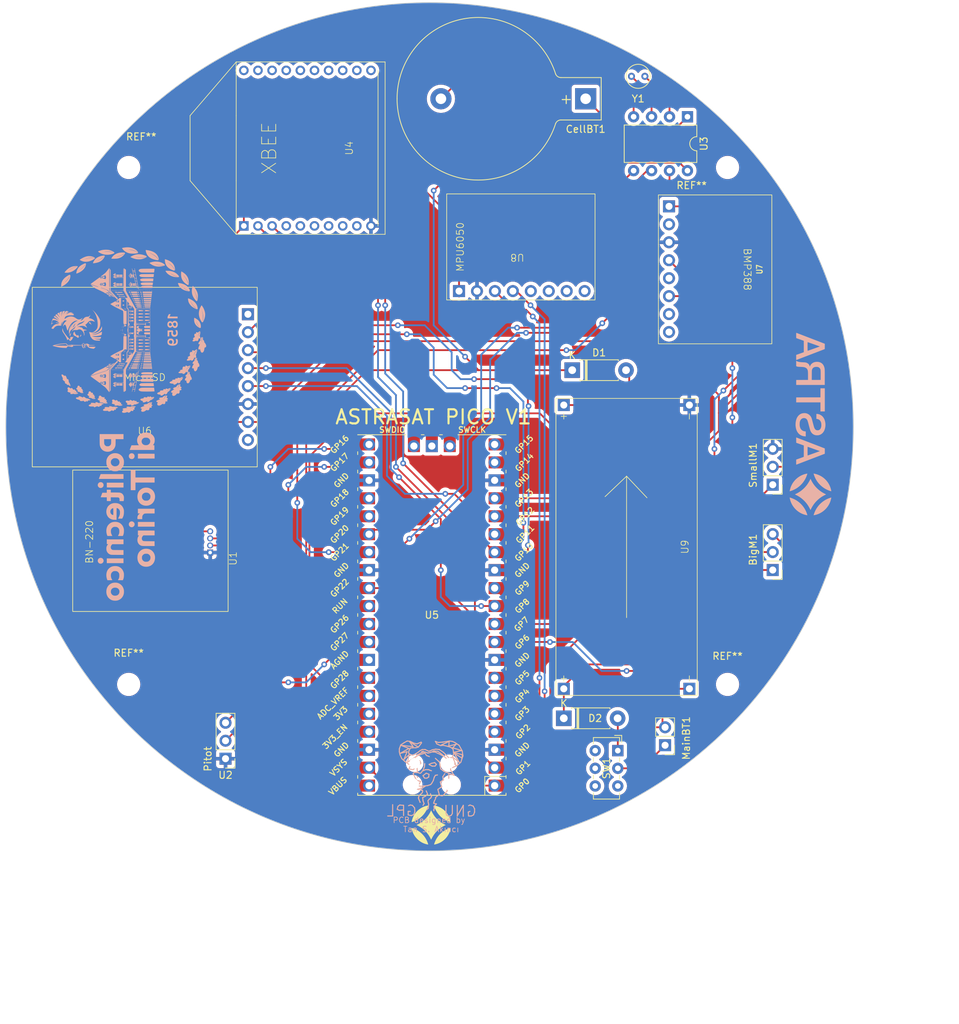
<source format=kicad_pcb>
(kicad_pcb (version 20221018) (generator pcbnew)
  (title_block (title "ASTRASAT PICO PCB") (date "2023-11-23") (rev "v1") (comment 3 "                                                                    License: CC BY-SA 4.0") (comment 4 "                                                                    Author: Tan Siret Akıncı"))
  (layers (0 "F.Cu" signal) (31 "B.Cu" signal) (34 "B.Paste" user) (35 "F.Paste" user) (36 "B.SilkS" user "B.Silkscreen") (37 "F.SilkS" user "F.Silkscreen") (38 "B.Mask" user) (39 "F.Mask" user) (44 "Edge.Cuts" user))
  (net 0 "")
  (net 1 "Net-(CellBT1-+)")
  (net 2 "Net-(U3-X1)")
  (net 3 "Net-(U3-X2)")
  (net 4 "Net-(CellBT1--)")
  (net 5 "/GPIO22")
  (net 6 "/GPIO20")
  (net 7 "/GPIO21")
  (net 8 "VSYS")
  (net 9 "/GPIO0")
  (net 10 "/GPIO1")
  (net 11 "GND1")
  (net 12 "/GPIO2")
  (net 13 "/GPIO3")
  (net 16 "/GPIO6")
  (net 17 "/GPIO7")
  (net 18 "/GPIO8")
  (net 19 "/GPIO9")
  (net 20 "/GPIO10")
  (net 21 "/GPIO11")
  (net 22 "/GPIO12")
  (net 23 "/GPIO13")
  (net 26 "/GPIO16")
  (net 27 "/GPIO17")
  (net 31 "/GPIO26")
  (net 36 "3V3")
  (net 42 "Net-(D1-A)")
  (net 43 "Net-(BigM1-+)")
  (net 44 "Net-(D2-A)")
  (net 45 "GND2")
  (net 46 "Net-(MainBT1-+)")
  (footprint "Connector_PinHeader_2.54mm:PinHeader_1x03_P2.54mm_Vertical" (layer "F.Cu") (at 122.925 141.315 180)
    (fp_text reference "U2")
    (fp_text value "~")
  )
  (footprint "CansatFootprints:Adafruit MicroSD Breakout" (layer "F.Cu") (at 111.495 87.34)
    (fp_text reference "U6")
    (fp_text value "~")
  )
  (footprint "CansatFootprints:BN-220" (layer "F.Cu") (at 123.295 110.65 90)
    (fp_text reference "U1")
    (fp_text value "~")
  )
  (footprint "Connector_PinHeader_2.54mm:PinHeader_1x02_P2.54mm_Vertical" (layer "F.Cu") (at 185.155 139.415 180)
    (fp_text reference "MainBT1")
    (fp_text value "Battery_Cell")
  )
  (footprint "Diode_THT:D_DO-41_SOD81_P7.62mm_Horizontal" (layer "F.Cu") (at 170.815 135.6)
    (fp_text reference "D2")
    (fp_text value "1N5817")
  )
  (footprint "MountingHole:MountingHole_3mm" (layer "F.Cu") (at 194 130.81)
    (fp_text reference "REF**")
    (fp_text value "MountingHole_3mm")
  )
  (footprint "CansatFootprints:LM2596 Voltage Regulator board" (layer "F.Cu") (at 179.705 111.36 90)
    (fp_text reference "U9")
    (fp_text value "~")
  )
  (footprint "MCU_RaspberryPi_and_Boards:RPi_Pico_SMD_TH" (layer "F.Cu") (at 152.135 120.995 180)
    (fp_text reference "U5")
    (fp_text value "Pico")
  )
  (footprint "CansatFootprints:ASTRALogo_User" (layer "F.Cu") (at 202.565 173.355)
    (fp_text reference "G***" hide)
    (fp_text value "LOGO" hide)
  )
  (footprint "Battery:BatteryHolder_Keystone_103_1x20mm" (layer "F.Cu") (at 173.91 47.970001 180)
    (fp_text reference "CellBT1")
    (fp_text value "Battery_Cell")
  )
  (footprint "Package_DIP:DIP-8_W7.62mm" (layer "F.Cu") (at 188.32 50.52 -90)
    (fp_text reference "U3")
    (fp_text value "DS1302+")
  )
  (footprint "Connector_PinHeader_2.54mm:PinHeader_1x03_P2.54mm_Vertical" (layer "F.Cu") (at 200.395 114.63 180)
    (fp_text reference "BigM1")
    (fp_text value "Motor_Servo")
  )
  (footprint "MountingHole:MountingHole_3mm" (layer "F.Cu") (at 109.22 57.69)
    (fp_text reference "REF**")
    (fp_text value "MountingHole_3mm")
  )
  (footprint "MountingHole:MountingHole_3mm" (layer "F.Cu") (at 194 57.69)
    (fp_text reference "REF**")
    (fp_text value "MountingHole_3mm")
  )
  (footprint "CansatFootprints:XBee S2C" (layer "F.Cu") (at 145.52 54.955 90)
    (fp_text reference "U4")
    (fp_text value "~")
  )
  (footprint "Crystal:Crystal_C38-LF_D3.0mm_L8.0mm_Vertical" (layer "F.Cu") (at 180.395 44.795)
    (fp_text reference "Y1")
    (fp_text value "Crystal")
  )
  (footprint "Connector_PinHeader_2.54mm:PinHeader_1x03_P2.54mm_Vertical" (layer "F.Cu") (at 200.395 102.565 180)
    (fp_text reference "SmallM1")
    (fp_text value "Motor_Servo")
  )
  (footprint "Button_Switch_THT:SW_E-Switch_EG1271_SPDT" (layer "F.Cu") (at 178.46 140.1775 -90)
    (fp_text reference "SW1")
    (fp_text value "SW_SPDT")
  )
  (footprint "CansatFootprints:ASTRAIcon" (layer "F.Cu") (at 152.036227 150.7)
    (fp_text reference "G***" hide)
    (fp_text value "LOGO" hide)
  )
  (footprint "CansatFootprints:Adafruit BMP388 Blue" (layer "F.Cu") (at 184.21 72.1 -90)
    (fp_text reference "U7")
    (fp_text value "~")
  )
  (footprint "CansatFootprints:MPU6050 Module" (layer "F.Cu") (at 175.235 68.925 90)
    (fp_text reference "U8")
    (fp_text value "~")
  )
  (footprint "Diode_THT:D_DO-41_SOD81_P7.62mm_Horizontal" (layer "F.Cu") (at 172.005 86.36)
    (fp_text reference "D1")
    (fp_text value "1N5817")
  )
  (footprint "MountingHole:MountingHole_3mm" (layer "F.Cu") (at 109.22 130.81)
    (fp_text reference "REF**")
    (fp_text value "MountingHole_3mm")
  )
  (footprint "CansatFootprints:POLITOLogo" (layer "B.Cu") (at 109.22 93.98 -90)
    (fp_text reference "G***" hide)
    (fp_text value "LOGO" hide)
  )
  (footprint "CansatFootprints:ASTRALogo" (layer "B.Cu") (at 205.74 93.98 90)
    (fp_text reference "G***" hide)
    (fp_text value "LOGO" hide)
  )
  (footprint "Symbol:Symbol_GNU-Logo_SilkscreenTop" (layer "B.Cu") (at 151.78481 142.56893 180)
    (fp_text reference "REF**" hide)
    (fp_text value "Symbol_GNU-Logo_SilkscreenTop")
  )
  (gr_circle (center 151.815 94.36) (end 211.815 94.36) (stroke (width 0.1)) (fill none) (layer "Edge.Cuts"))
  (gr_text "PCB designed by \nTan S. Akıncı" (at 152.035 151.765) (layer "B.SilkS") (effects (font (size 0.8 0.8) (thickness 0.1)) (justify bottom)))
  (gr_text "ASTRASAT PICO V1" (at 138.3 94.15) (layer "F.SilkS") (effects (font (size 2 2) (thickness 0.3) bold) (justify left bottom)))
  (gr_text "Pitot" (at 121.02 143.22 90) (layer "F.SilkS") (effects (font (size 1 1)) (justify left bottom)))
  (segment (start 188.32 50.52) (end 186.425 52.415) (width 0.25) (layer "F.Cu") (net 1))
  (segment (start 178.354999 52.415) (end 173.91 47.970001) (width 0.25) (layer "F.Cu") (net 1))
  (segment (start 186.425 52.415) (end 178.354999 52.415) (width 0.25) (layer "F.Cu") (net 1))
  (segment (start 185.78 48.28) (end 182.295 44.795) (width 0.25) (layer "F.Cu") (net 2))
  (segment (start 185.78 50.52) (end 185.78 48.28) (width 0.25) (layer "F.Cu") (net 2))
  (segment (start 183.24 50.52) (end 183.24 47.64) (width 0.25) (layer "F.Cu") (net 3))
  (segment (start 183.24 47.64) (end 180.395 44.795) (width 0.25) (layer "F.Cu") (net 3))
  (segment (start 180.7 50.52) (end 180.7 48.62) (width 0.25) (layer "F.Cu") (net 4))
  (segment (start 180.7 48.62) (end 173.7 41.62) (width 0.25) (layer "F.Cu") (net 4))
  (segment (start 173.7 41.62) (end 159.755 41.62) (width 0.25) (layer "F.Cu") (net 4))
  (segment (start 159.755 41.62) (end 159.755 41.635001) (width 0.25) (layer "F.Cu") (net 4))
  (segment (start 159.755 41.635001) (end 153.42 47.970001) (width 0.25) (layer "F.Cu") (net 4))
  (segment (start 180.7 58.14) (end 176.265 62.575) (width 0.25) (layer "F.Cu") (net 5))
  (segment (start 164.835 80.355) (end 164.2 80.355) (width 0.25) (layer "F.Cu") (net 5))
  (segment (start 145.785 117.185) (end 143.245 117.185) (width 0.25) (layer "F.Cu") (net 5))
  (segment (start 147.055 115.915) (end 145.785 117.185) (width 0.25) (layer "F.Cu") (net 5))
  (segment (start 148.96 110.2) (end 147.055 112.105) (width 0.25) (layer "F.Cu") (net 5))
  (segment (start 147.055 112.105) (end 147.055 115.915) (width 0.25) (layer "F.Cu") (net 5))
  (segment (start 176.265 62.575) (end 176.265 63.21) (width 0.25) (layer "F.Cu") (net 5))
  (segment (start 176.265 75.91) (end 173.725 78.45) (width 0.25) (layer "F.Cu") (net 5))
  (segment (start 173.725 78.45) (end 171.82 80.355) (width 0.25) (layer "F.Cu") (net 5))
  (segment (start 171.82 80.355) (end 164.835 80.355) (width 0.25) (layer "F.Cu") (net 5))
  (segment (start 176.265 63.21) (end 176.265 75.91) (width 0.25) (layer "F.Cu") (net 5))
  (via (at 148.96 110.2) (size 0.8) (drill 0.4) (layers "F.Cu" "B.Cu") (net 5))
  (via (at 164.2 80.355) (size 0.8) (drill 0.4) (layers "F.Cu" "B.Cu") (net 5))
  (segment (start 148.96 110.2) (end 156.58 102.58) (width 0.25) (layer "B.Cu") (net 5))
  (segment (start 156.58 95.595) (end 159.12 93.055) (width 0.25) (layer "B.Cu") (net 5))
  (segment (start 162.93 80.355) (end 164.2 80.355) (width 0.25) (layer "B.Cu") (net 5))
  (segment (start 159.12 84.165) (end 162.93 80.355) (width 0.25) (layer "B.Cu") (net 5))
  (segment (start 159.12 93.055) (end 159.12 84.165) (width 0.25) (layer "B.Cu") (net 5))
  (segment (start 156.58 102.58) (end 156.58 95.595) (width 0.25) (layer "B.Cu") (net 5))
  (segment (start 177.535 75.91) (end 172.365 81.08) (width 0.25) (layer "F.Cu") (net 6))
  (segment (start 143.88 108.93) (end 143.245 109.565) (width 0.25) (layer "F.Cu") (net 6))
  (segment (start 165.4705 81.08) (end 165.47 81.0795) (width 0.25) (layer "F.Cu") (net 6))
  (segment (start 183.24 58.14) (end 182.605 58.14) (width 0.25) (layer "F.Cu") (net 6))
  (segment (start 177.535 63.21) (end 177.535 75.91) (width 0.25) (layer "F.Cu") (net 6))
  (segment (start 172.365 81.08) (end 165.4705 81.08) (width 0.25) (layer "F.Cu") (net 6))
  (segment (start 151.482598 108.93) (end 143.88 108.93) (width 0.25) (layer "F.Cu") (net 6))
  (segment (start 182.605 58.14) (end 177.535 63.21) (width 0.25) (layer "F.Cu") (net 6))
  (segment (start 152.6805 107.732098) (end 151.482598 108.93) (width 0.25) (layer "F.Cu") (net 6))
  (via (at 165.47 81.0795) (size 0.8) (drill 0.4) (layers "F.Cu" "B.Cu") (net 6))
  (via (at 152.6805 107.732098) (size 0.8) (drill 0.4) (layers "F.Cu" "B.Cu") (net 6))
  (segment (start 152.697902 107.732098) (end 157.215 103.215) (width 0.25) (layer "B.Cu") (net 6))
  (segment (start 160.39 93.055) (end 160.39 84.8) (width 0.25) (layer "B.Cu") (net 6))
  (segment (start 165.4695 81.08) (end 165.47 81.0795) (width 0.25) (layer "B.Cu") (net 6))
  (segment (start 157.215 96.23) (end 160.39 93.055) (width 0.25) (layer "B.Cu") (net 6))
  (segment (start 157.215 103.215) (end 157.215 96.23) (width 0.25) (layer "B.Cu") (net 6))
  (segment (start 152.6805 107.732098) (end 152.697902 107.732098) (width 0.25) (layer "B.Cu") (net 6))
  (segment (start 160.48 84.8) (end 164.2 81.08) (width 0.25) (layer "B.Cu") (net 6))
  (segment (start 160.39 84.8) (end 160.48 84.8) (width 0.25) (layer "B.Cu") (net 6))
  (segment (start 164.2 81.08) (end 165.4695 81.08) (width 0.25) (layer "B.Cu") (net 6))
  (segment (start 137.53 112.105) (end 143.245 112.105) (width 0.25) (layer "F.Cu") (net 7))
  (segment (start 178.805 77.18) (end 176.265 79.72) (width 0.25) (layer "F.Cu") (net 7))
  (segment (start 184.52 60.67) (end 181.345 60.67) (width 0.25) (layer "F.Cu") (net 7))
  (segment (start 178.805 63.21) (end 178.805 77.18) (width 0.25) (layer "F.Cu") (net 7))
  (segment (start 185.78 58.14) (end 185.78 59.41) (width 0.25) (layer "F.Cu") (net 7))
  (segment (start 181.345 60.67) (end 178.805 63.21) (width 0.25) (layer "F.Cu") (net 7))
  (segment (start 185.78 59.41) (end 184.52 60.67) (width 0.25) (layer "F.Cu") (net 7))
  (segment (start 144.515 83.53) (end 133.085 94.96) (width 0.25) (layer "F.Cu") (net 7))
  (segment (start 133.085 94.96) (end 133.085 103.215) (width 0.25) (layer "F.Cu") (net 7))
  (segment (start 171.185 83.53) (end 144.515 83.53) (width 0.25) (layer "F.Cu") (net 7))
  (segment (start 133.085 103.215) (end 133.085 105.12) (width 0.25) (layer "F.Cu") (net 7))
  (via (at 176.265 79.72) (size 0.8) (drill 0.4) (layers "F.Cu" "B.Cu") (net 7))
  (via (at 171.185 83.53) (size 0.8) (drill 0.4) (layers "F.Cu" "B.Cu") (net 7))
  (via (at 133.085 105.12) (size 0.8) (drill 0.4) (layers "F.Cu" "B.Cu") (net 7))
  (via (at 137.53 112.105) (size 0.8) (drill 0.4) (layers "F.Cu" "B.Cu") (net 7))
  (segment (start 134.99 112.105) (end 137.53 112.105) (width 0.25) (layer "B.Cu") (net 7))
  (segment (start 133.085 110.2) (end 134.99 112.105) (width 0.25) (layer "B.Cu") (net 7))
  (segment (start 133.085 105.12) (end 133.085 110.2) (width 0.25) (layer "B.Cu") (net 7))
  (segment (start 176.265 79.72) (end 173.09 82.895) (width 0.25) (layer "B.Cu") (net 7))
  (segment (start 172.455 83.53) (end 171.185 83.53) (width 0.25) (layer "B.Cu") (net 7))
  (segment (start 173.09 82.895) (end 172.455 83.53) (width 0.25) (layer "B.Cu") (net 7))
  (segment (start 113.665 116.84) (end 116.205 119.38) (width 0.25) (layer "F.Cu") (net 8))
  (segment (start 181.98 123.535) (end 173.725 123.535) (width 0.25) (layer "F.Cu") (net 8))
  (segment (start 134.355 122.9) (end 134.355 125.44) (width 0.25) (layer "F.Cu") (net 8))
  (segment (start 200.395 100.025) (end 206.095 100.025) (width 0.25) (layer "F.Cu") (net 8))
  (segment (start 208.015 105.755) (end 206.11 107.66) (width 0.25) (layer "F.Cu") (net 8))
  (segment (start 158.75 86.36) (end 142.955 86.36) (width 0.25) (layer "F.Cu") (net 8))
  (segment (start 134.355 94.96) (end 134.355 114.935) (width 0.25) (layer "F.Cu") (net 8))
  (segment (start 164.2 149.57) (end 150.23 149.57) (width 0.25) (layer "F.Cu") (net 8))
  (segment (start 197.855 107.66) (end 181.98 123.535) (width 0.25) (layer "F.Cu") (net 8))
  (segment (start 138.8 142.585) (end 143.245 142.585) (width 0.25) (layer "F.Cu") (net 8))
  (segment (start 134.355 125.44) (end 134.355 133.06) (width 0.25) (layer "F.Cu") (net 8))
  (segment (start 129.91 119.38) (end 134.355 114.935) (width 0.25) (layer "F.Cu") (net 8))
  (segment (start 172.005 86.36) (end 158.75 86.36) (width 0.25) (layer "F.Cu") (net 8))
  (segment (start 131.815 133.06) (end 134.355 135.6) (width 0.25) (layer "F.Cu") (net 8))
  (segment (start 187.195 57.015) (end 156.345 57.015) (width 0.25) (layer "F.Cu") (net 8))
  (segment (start 206.095 100.025) (end 208.015 101.945) (width 0.25) (layer "F.Cu") (net 8))
  (segment (start 208.015 101.945) (end 208.015 105.755) (width 0.25) (layer "F.Cu") (net 8))
  (segment (start 122.925 138.775) (end 128.64 133.06) (width 0.25) (layer "F.Cu") (net 8))
  (segment (start 113.665 111.76) (end 113.665 116.84) (width 0.25) (layer "F.Cu") (net 8))
  (segment (start 116.205 119.38) (end 129.91 119.38) (width 0.25) (layer "F.Cu") (net 8))
  (segment (start 120.755 109.158) (end 116.267 109.158) (width 0.25) (layer "F.Cu") (net 8))
  (segment (start 134.355 114.935) (end 134.355 122.9) (width 0.25) (layer "F.Cu") (net 8))
  (segment (start 156.845 84.455) (end 158.75 86.36) (width 0.25) (layer "F.Cu") (net 8))
  (segment (start 173.725 123.535) (end 168.91 128.35) (width 0.25) (layer "F.Cu") (net 8))
  (segment (start 168.91 128.35) (end 168.91 144.86) (width 0.25) (layer "F.Cu") (net 8))
  (segment (start 134.355 135.6) (end 134.355 138.14) (width 0.25) (layer "F.Cu") (net 8))
  (segment (start 188.32 58.14) (end 187.195 57.015) (width 0.25) (layer "F.Cu") (net 8))
  (segment (start 134.355 138.14) (end 138.8 142.585) (width 0.25) (layer "F.Cu") (net 8))
  (segment (start 134.355 133.06) (end 134.355 135.6) (width 0.25) (layer "F.Cu") (net 8))
  (segment (start 116.267 109.158) (end 113.665 111.76) (width 0.25) (layer "F.Cu") (net 8))
  (segment (start 128.64 133.06) (end 131.815 133.06) (width 0.25) (layer "F.Cu") (net 8))
  (segment (start 142.955 86.36) (end 134.355 94.96) (width 0.25) (layer "F.Cu") (net 8))
  (segment (start 150.23 149.57) (end 143.245 142.585) (width 0.25) (layer "F.Cu") (net 8))
  (segment (start 206.11 107.66) (end 197.855 107.66) (width 0.25) (layer "F.Cu") (net 8))
  (segment (start 168.91 144.86) (end 164.2 149.57) (width 0.25) (layer "F.Cu") (net 8))
  (segment (start 156.345 57.015) (end 152.4 60.96) (width 0.25) (layer "F.Cu") (net 8))
  (via (at 156.845 84.455) (size 0.8) (drill 0.4) (layers "F.Cu" "B.Cu") (net 8))
  (via (at 152.4 60.96) (size 0.8) (drill 0.4) (layers "F.Cu" "B.Cu") (net 8))
  (segment (start 152.4 60.96) (end 152.4 80.01) (width 0.25) (layer "B.Cu") (net 8))
  (segment (start 152.4 80.01) (end 156.845 84.455) (width 0.25) (layer "B.Cu") (net 8))
  (segment (start 154.675 117.82) (end 157.215 120.36) (width 0.25) (layer "F.Cu") (net 9))
  (segment (start 127.52 65.955) (end 131.125 69.56) (width 0.25) (layer "F.Cu") (net 9))
  (segment (start 139.435 69.56) (end 144.515 74.64) (width 0.25) (layer "F.Cu") (net 9))
  (segment (start 144.515 74.64) (end 144.515 77.18) (width 0.25) (layer "F.Cu") (net 9))
  (segment (start 157.215 143.22) (end 159.12 145.125) (width 0.25) (layer "F.Cu") (net 9))
  (segment (start 131.125 69.56) (end 139.435 69.56) (width 0.25) (layer "F.Cu") (net 9))
  (segment (start 157.215 120.36) (end 157.215 143.22) (width 0.25) (layer "F.Cu") (net 9))
  (segment (start 147.055 100.04) (end 154.675 107.66) (width 0.25) (layer "F.Cu") (net 9))
  (segment (start 154.675 107.66) (end 154.675 117.82) (width 0.25) (layer "F.Cu") (net 9))
  (segment (start 159.12 145.125) (end 161.025 145.125) (width 0.25) (layer "F.Cu") (net 9))
  (via (at 144.515 77.18) (size 0.8) (drill 0.4) (layers "F.Cu" "B.Cu") (net 9))
  (via (at 147.055 100.04) (size 0.8) (drill 0.4) (layers "F.Cu" "B.Cu") (net 9))
  (segment (start 144.515 77.18) (end 144.515 87.34) (width 0.25) (layer "B.Cu") (net 9))
  (segment (start 144.515 87.34) (end 147.055 89.88) (width 0.25) (layer "B.Cu") (net 9))
  (segment (start 147.055 89.88) (end 147.055 100.04) (width 0.25) (layer "B.Cu") (net 9))
  (segment (start 158.231 139.791) (end 158.231 118.836) (width 0.25) (layer "F.Cu") (net 10))
  (segment (start 145.531 77.18) (end 145.531 74.64) (width 0.25) (layer "F.Cu") (net 10))
  (segment (start 155.691 107.152) (end 153.659 105.12) (width 0.25) (layer "F.Cu") (net 10))
  (segment (start 132.109 68.544) (end 129.52 65.955) (width 0.25) (layer "F.Cu") (net 10))
  (segment (start 158.231 118.836) (end 155.691 116.296) (width 0.25) (layer "F.Cu") (net 10))
  (segment (start 145.531 74.64) (end 139.435 68.544) (width 0.25) (layer "F.Cu") (net 10))
  (segment (start 139.435 68.544) (end 132.109 68.544) (width 0.25) (layer "F.Cu") (net 10))
  (segment (start 155.691 116.296) (end 155.691 107.152) (width 0.25) (layer "F.Cu") (net 10))
  (segment (start 153.659 105.12) (end 148.071 99.532) (width 0.25) (layer "F.Cu") (net 10))
  (segment (start 161.025 142.585) (end 158.231 139.791) (width 0.25) (layer "F.Cu") (net 10))
  (via (at 148.071 99.532) (size 0.8) (drill 0.4) (layers "F.Cu" "B.Cu") (net 10))
  (via (at 145.531 77.18) (size 0.8) (drill 0.4) (layers "F.Cu" "B.Cu") (net 10))
  (segment (start 148.071 89.372) (end 145.531 86.832) (width 0.25) (layer "B.Cu") (net 10))
  (segment (start 145.531 86.832) (end 145.531 77.18) (width 0.25) (layer "B.Cu") (net 10))
  (segment (start 148.071 99.532) (end 148.071 89.372) (width 0.25) (layer "B.Cu") (net 10))
  (segment (start 166.105 77.18) (end 164.1 75.175) (width 0.25) (layer "F.Cu") (net 12))
  (segment (start 164.835 137.505) (end 168.0995 134.2405) (width 0.25) (layer "F.Cu") (net 12))
  (segment (start 161.025 137.505) (end 164.835 137.505) (width 0.25) (layer "F.Cu") (net 12))
  (segment (start 164.1 75.175) (end 163.605 75.175) (width 0.25) (layer "F.Cu") (net 12))
  (segment (start 168.0995 134.2405) (end 168.0995 131.79) (width 0.25) (layer "F.Cu") (net 12))
  (via (at 168.0995 131.79) (size 0.8) (drill 0.4) (layers "F.Cu" "B.Cu") (net 12))
  (via (at 166.105 77.18) (size 0.8) (drill 0.4) (layers "F.Cu" "B.Cu") (net 12))
  (segment (start 168.1 131.7895) (end 168.0995 131.79) (width 0.25) (layer "B.Cu") (net 12))
  (segment (start 166.105 77.18) (end 168.1 79.175) (width 0.25) (layer "B.Cu") (net 12))
  (segment (start 168.1 79.175) (end 168.1 131.7895) (width 0.25) (layer "B.Cu") (net 12))
  (segment (start 167.375 129.885) (end 167.375 132.425) (width 0.25) (layer "F.Cu") (net 13))
  (segment (start 166.4225 78.7675) (end 165.47 77.815) (width 0.25) (layer "F.Cu") (net 13))
  (segment (start 164.835 134.965) (end 161.025 134.965) (width 0.25) (layer "F.Cu") (net 13))
  (segment (start 165.47 77.815) (end 163.705 77.815) (width 0.25) (layer "F.Cu") (net 13))
  (segment (start 163.705 77.815) (end 161.065 75.175) (width 0.25) (layer "F.Cu") (net 13))
  (segment (start 167.375 132.425) (end 164.835 134.965) (width 0.25) (layer "F.Cu") (net 13))
  (via (at 167.375 129.885) (size 0.8) (drill 0.4) (layers "F.Cu" "B.Cu") (net 13))
  (via (at 166.4225 78.7675) (size 0.8) (drill 0.4) (layers "F.Cu" "B.Cu") (net 13))
  (segment (start 167.375 79.72) (end 166.4225 78.7675) (width 0.25) (layer "B.Cu") (net 13))
  (segment (start 167.375 129.885) (end 167.375 79.72) (width 0.25) (layer "B.Cu") (net 13))
  (segment (start 168.8486 124.805) (end 161.025 124.805) (width 0.25) (layer "F.Cu") (net 16))
  (segment (start 181.61 128.905) (end 179.705 128.905) (width 0.25) (layer "F.Cu") (net 16))
  (segment (start 200.395 114.63) (end 195.885 114.63) (width 0.25) (layer "F.Cu") (net 16))
  (segment (start 195.885 114.63) (end 181.61 128.905) (width 0.25) (layer "F.Cu") (net 16))
  (segment (start 168.8592 124.8156) (end 168.8486 124.805) (width 0.25) (layer "F.Cu") (net 16))
  (via (at 179.705 128.905) (size 0.8) (drill 0.4) (layers "F.Cu" "B.Cu") (net 16))
  (via (at 168.8592 124.8156) (size 0.8) (drill 0.4) (layers "F.Cu" "B.Cu") (net 16))
  (segment (start 172.085 124.8156) (end 176.1744 128.905) (width 0.25) (layer "B.Cu") (net 16))
  (segment (start 176.1744 128.905) (end 179.705 128.905) (width 0.25) (layer "B.Cu") (net 16))
  (segment (start 168.8592 124.8156) (end 172.085 124.8156) (width 0.25) (layer "B.Cu") (net 16))
  (segment (start 180.71 122.265) (end 161.025 122.265) (width 0.25) (layer "F.Cu") (net 17))
  (segment (start 200.395 102.565) (end 200.395 102.58) (width 0.25) (layer "F.Cu") (net 17))
  (segment (start 200.395 102.58) (end 180.71 122.265) (width 0.25) (layer "F.Cu") (net 17))
  (segment (start 147.495201 101.504799) (end 153.405 107.414598) (width 0.25) (layer "F.Cu") (net 18))
  (segment (start 153.405 107.414598) (end 153.405 114.645) (width 0.25) (layer "F.Cu") (net 18))
  (segment (start 159.12 119.725) (end 161.025 119.725) (width 0.25) (layer "F.Cu") (net 18))
  (segment (start 126.1 86.07) (end 128.64 86.07) (width 0.25) (layer "F.Cu") (net 18))
  (via (at 153.405 114.645) (size 0.8) (drill 0.4) (layers "F.Cu" "B.Cu") (net 18))
  (via (at 159.12 119.725) (size 0.8) (drill 0.4) (layers "F.Cu" "B.Cu") (net 18))
  (via (at 128.64 86.07) (size 0.8) (drill 0.4) (layers "F.Cu" "B.Cu") (net 18))
  (via (at 147.495201 101.504799) (size 0.8) (drill 0.4) (layers "F.Cu" "B.Cu") (net 18))
  (segment (start 128.64 86.07) (end 140.07 86.07) (width 0.25) (layer "B.Cu") (net 18))
  (segment (start 153.405 114.645) (end 153.405 118.455) (width 0.25) (layer "B.Cu") (net 18))
  (segment (start 140.07 86.07) (end 146.33 92.33) (width 0.25) (layer "B.Cu") (net 18))
  (segment (start 146.33 92.33) (end 146.33 100.339598) (width 0.25) (layer "B.Cu") (net 18))
  (segment (start 153.405 118.455) (end 154.675 119.725) (width 0.25) (layer "B.Cu") (net 18))
  (segment (start 154.675 119.725) (end 159.12 119.725) (width 0.25) (layer "B.Cu") (net 18))
  (segment (start 146.33 100.339598) (end 147.495201 101.504799) (width 0.25) (layer "B.Cu") (net 18))
  (segment (start 165.735 111.125) (end 165.735 116.205) (width 0.25) (layer "F.Cu") (net 19))
  (segment (start 163.83 118.11) (end 161.95 118.11) (width 0.25) (layer "F.Cu") (net 19))
  (segment (start 126.1 80.99) (end 127.08 80.01) (width 0.25) (layer "F.Cu") (net 19))
  (segment (start 158.115 87.63) (end 164.465 87.63) (width 0.25) (layer "F.Cu") (net 19))
  (segment (start 164.465 87.63) (end 165.735 88.9) (width 0.25) (layer "F.Cu") (net 19))
  (segment (start 161.95 118.11) (end 161.025 117.185) (width 0.25) (layer "F.Cu") (net 19))
  (segment (start 165.735 116.205) (end 163.83 118.11) (width 0.25) (layer "F.Cu") (net 19))
  (segment (start 165.735 91.3505) (end 165.8245 91.44) (width 0.25) (layer "F.Cu") (net 19))
  (segment (start 165.735 88.9) (end 165.735 91.3505) (width 0.25) (layer "F.Cu") (net 19))
  (segment (start 127.08 80.01) (end 147.32 80.01) (width 0.25) (layer "F.Cu") (net 19))
  (via (at 165.735 111.125) (size 0.8) (drill 0.4) (layers "F.Cu" "B.Cu") (net 19))
  (via (at 158.115 87.63) (size 0.8) (drill 0.4) (layers "F.Cu" "B.Cu") (net 19))
  (via (at 165.8245 91.44) (size 0.8) (drill 0.4) (layers "F.Cu" "B.Cu") (net 19))
  (via (at 147.32 80.01) (size 0.8) (drill 0.4) (layers "F.Cu" "B.Cu") (net 19))
  (segment (start 154.94 86.36) (end 156.21 87.63) (width 0.25) (layer "B.Cu") (net 19))
  (segment (start 156.21 87.63) (end 158.115 87.63) (width 0.25) (layer "B.Cu") (net 19))
  (segment (start 165.8245 111.0355) (end 165.735 111.125) (width 0.25) (layer "B.Cu") (net 19))
  (segment (start 154.94 83.82) (end 154.94 86.36) (width 0.25) (layer "B.Cu") (net 19))
  (segment (start 147.32 80.01) (end 151.13 80.01) (width 0.25) (layer "B.Cu") (net 19))
  (segment (start 151.13 80.01) (end 154.94 83.82) (width 0.25) (layer "B.Cu") (net 19))
  (segment (start 165.8245 91.44) (end 165.8245 111.0355) (width 0.25) (layer "B.Cu") (net 19))
  (segment (start 154.04 103.85) (end 155.31 103.85) (width 0.25) (layer "F.Cu") (net 20))
  (segment (start 155.31 103.85) (end 156.58 105.12) (width 0.25) (layer "F.Cu") (net 20))
  (segment (start 156.58 105.12) (end 156.58 107.66) (width 0.25) (layer "F.Cu") (net 20))
  (segment (start 156.58 107.66) (end 161.025 112.105) (width 0.25) (layer "F.Cu") (net 20))
  (segment (start 126.1 88.61) (end 128.64 88.61) (width 0.25) (layer "F.Cu") (net 20))
  (via (at 128.64 88.61) (size 0.8) (drill 0.4) (layers "F.Cu" "B.Cu") (net 20))
  (via (at 154.04 103.85) (size 0.8) (drill 0.4) (layers "F.Cu" "B.Cu") (net 20))
  (segment (start 148.325 103.85) (end 154.04 103.85) (width 0.25) (layer "B.Cu") (net 20))
  (segment (start 141.525 88.61) (end 145.785 92.87) (width 0.25) (layer "B.Cu") (net 20))
  (segment (start 145.785 101.31) (end 148.325 103.85) (width 0.25) (layer "B.Cu") (net 20))
  (segment (start 128.64 88.61) (end 141.525 88.61) (width 0.25) (layer "B.Cu") (net 20))
  (segment (start 145.785 92.87) (end 145.785 101.31) (width 0.25) (layer "B.Cu") (net 20))
  (segment (start 137.16 81.28) (end 134.62 83.82) (width 0.25) (layer "F.Cu") (net 21))
  (segment (start 134.62 83.82) (end 126.39 83.82) (width 0.25) (layer "F.Cu") (net 21))
  (segment (start 165.1 107.95) (end 165.1 109.855) (width 0.25) (layer "F.Cu") (net 21))
  (segment (start 162.39 110.93) (end 161.025 109.565) (width 0.25) (layer "F.Cu") (net 21))
  (segment (start 156.845 88.9) (end 161.29 88.9) (width 0.25) (layer "F.Cu") (net 21))
  (segment (start 126.39 83.82) (end 126.1 83.53) (width 0.25) (layer "F.Cu") (net 21))
  (segment (start 148.59 81.28) (end 137.16 81.28) (width 0.25) (layer "F.Cu") (net 21))
  (segment (start 164.025 110.93) (end 162.39 110.93) (width 0.25) (layer "F.Cu") (net 21))
  (segment (start 165.1 109.855) (end 164.025 110.93) (width 0.25) (layer "F.Cu") (net 21))
  (via (at 148.59 81.28) (size 0.8) (drill 0.4) (layers "F.Cu" "B.Cu") (net 21))
  (via (at 161.29 88.9) (size 0.8) (drill 0.4) (layers "F.Cu" "B.Cu") (net 21))
  (via (at 156.845 88.9) (size 0.8) (drill 0.4) (layers "F.Cu" "B.Cu") (net 21))
  (via (at 165.1 107.95) (size 0.8) (drill 0.4) (layers "F.Cu" "B.Cu") (net 21))
  (segment (start 150.495 81.28) (end 148.59 81.28) (width 0.25) (layer "B.Cu") (net 21))
  (segment (start 163.195 88.9) (end 165.02 90.725) (width 0.25) (layer "B.Cu") (net 21))
  (segment (start 165.02 90.725) (end 165.1 90.805) (width 0.25) (layer "B.Cu") (net 21))
  (segment (start 152.4 83.185) (end 150.495 81.28) (width 0.25) (layer "B.Cu") (net 21))
  (segment (start 154.305 88.9) (end 152.4 86.995) (width 0.25) (layer "B.Cu") (net 21))
  (segment (start 152.4 86.995) (end 152.4 83.185) (width 0.25) (layer "B.Cu") (net 21))
  (segment (start 165.1 90.805) (end 165.1 107.95) (width 0.25) (layer "B.Cu") (net 21))
  (segment (start 156.845 88.9) (end 154.305 88.9) (width 0.25) (layer "B.Cu") (net 21))
  (segment (start 161.29 88.9) (end 163.195 88.9) (width 0.25) (layer "B.Cu") (net 21))
  (segment (start 185.71 75.89) (end 187.675 75.89) (width 0.25) (layer "F.Cu") (net 22))
  (segment (start 188.965 107.025) (end 161.025 107.025) (width 0.25) (layer "F.Cu") (net 22))
  (segment (start 194.68 82.895) (end 194.68 86.07) (width 0.25) (layer "F.Cu") (net 22))
  (segment (start 194.68 101.31) (end 188.965 107.025) (width 0.25) (layer "F.Cu") (net 22))
  (segment (start 187.675 75.89) (end 194.68 82.895) (width 0.25) (layer "F.Cu") (net 22))
  (segment (start 194.68 93.055) (end 194.68 101.31) (width 0.25) (layer "F.Cu") (net 22))
  (via (at 194.68 86.07) (size 0.8) (drill 0.4) (layers "F.Cu" "B.Cu") (net 22))
  (via (at 194.68 93.055) (size 0.8) (drill 0.4) (layers "F.Cu" "B.Cu") (net 22))
  (segment (start 194.68 86.07) (end 194.68 93.055) (width 0.25) (layer "B.Cu") (net 22))
  (segment (start 192.14 101.31) (end 188.965 104.485) (width 0.25) (layer "F.Cu") (net 23))
  (segment (start 192.14 97.5) (end 192.14 101.31) (width 0.25) (layer "F.Cu") (net 23))
  (segment (start 197.22 85.435) (end 193.41 89.245) (width 0.25) (layer "F.Cu") (net 23))
  (segment (start 188.965 104.485) (end 161.025 104.485) (width 0.25) (layer "F.Cu") (net 23))
  (segment (start 197.22 84.8) (end 197.22 85.435) (width 0.25) (layer "F.Cu") (net 23))
  (segment (start 185.71 70.81) (end 197.22 82.32) (width 0.25) (layer "F.Cu") (net 23))
  (segment (start 197.22 82.32) (end 197.22 84.8) (width 0.25) (layer "F.Cu") (net 23))
  (via (at 193.41 89.245) (size 0.8) (drill 0.4) (layers "F.Cu" "B.Cu") (net 23))
  (via (at 192.14 97.5) (size 0.8) (drill 0.4) (layers "F.Cu" "B.Cu") (net 23))
  (segment (start 192.14 90.515) (end 192.14 97.5) (width 0.25) (layer "B.Cu") (net 23))
  (segment (start 193.41 89.245) (end 192.14 90.515) (width 0.25) (layer "B.Cu") (net 23))
  (segment (start 129.275 105.04) (end 124.157 110.158) (width 0.25) (layer "F.Cu") (net 26))
  (segment (start 129.275 105.04) (end 129.275 100.04) (width 0.25) (layer "F.Cu") (net 26))
  (segment (start 142.61 97.5) (end 143.245 96.865) (width 0.25) (layer "F.Cu") (net 26))
  (segment (start 120.755 110.158) (end 124.157 110.158) (width 0.25) (layer "F.Cu") (net 26))
  (segment (start 136.895 97.5) (end 142.61 97.5) (width 0.25) (layer "F.Cu") (net 26))
  (via (at 136.895 97.5) (size 0.8) (drill 0.4) (layers "F.Cu" "B.Cu") (net 26))
  (via (at 129.275 100.04) (size 0.8) (drill 0.4) (layers "F.Cu" "B.Cu") (net 26))
  (segment (start 131.815 97.5) (end 136.895 97.5) (width 0.25) (layer "B.Cu") (net 26))
  (segment (start 129.275 100.04) (end 131.815 97.5) (width 0.25) (layer "B.Cu") (net 26))
  (segment (start 120.755 111.158) (end 127.78604 111.158) (width 0.25) (layer "F.Cu") (net 27))
  (segment (start 131.815 107.12904) (end 127.78604 111.158) (width 0.25) (layer "F.Cu") (net 27))
  (segment (start 131.815 107.12904) (end 131.815 102.58) (width 0.25) (layer "F.Cu") (net 27))
  (segment (start 136.895 100.04) (end 142.61 100.04) (width 0.25) (layer "F.Cu") (net 27))
  (segment (start 142.61 100.04) (end 143.245 99.405) (width 0.25) (layer "F.Cu") (net 27))
  (via (at 136.895 100.04) (size 0.8) (drill 0.4) (layers "F.Cu" "B.Cu") (net 27))
  (via (at 131.815 102.58) (size 0.8) (drill 0.4) (layers "F.Cu" "B.Cu") (net 27))
  (segment (start 131.815 102.58) (end 134.355 100.04) (width 0.25) (layer "B.Cu") (net 27))
  (segment (start 134.355 100.04) (end 136.895 100.04) (width 0.25) (layer "B.Cu") (net 27))
  (segment (start 128.64 130.52) (end 131.815 130.52) (width 0.25) (layer "F.Cu") (net 31))
  (segment (start 139.435 125.44) (end 139.435 124.465) (width 0.25) (layer "F.Cu") (net 31))
  (segment (start 139.435 124.465) (end 141.635 122.265) (width 0.25) (layer "F.Cu") (net 31))
  (segment (start 141.635 122.265) (end 143.245 122.265) (width 0.25) (layer "F.Cu") (net 31))
  (segment (start 122.925 136.235) (end 128.64 130.52) (width 0.25) (layer "F.Cu") (net 31))
  (segment (start 136.895 127.98) (end 139.435 125.44) (width 0.25) (layer "F.Cu") (net 31))
  (via (at 131.815 130.52) (size 0.8) (drill 0.4) (layers "F.Cu" "B.Cu") (net 31))
  (via (at 136.895 127.98) (size 0.8) (drill 0.4) (layers "F.Cu" "B.Cu") (net 31))
  (segment (start 131.815 130.52) (end 134.355 130.52) (width 0.25) (layer "B.Cu") (net 31))
  (segment (start 134.355 130.52) (end 136.895 127.98) (width 0.25) (layer "B.Cu") (net 31))
  (segment (start 131.815 54.32) (end 125.52 60.615) (width 0.25) (layer "F.Cu") (net 36))
  (segment (start 180.075 82.26) (end 162.295 82.26) (width 0.25) (layer "F.Cu") (net 36))
  (segment (start 125.52 65.955) (end 119.115 72.36) (width 0.25) (layer "F.Cu") (net 36))
  (segment (start 128.005 93.69) (end 126.1 93.69) (width 0.25) (layer "F.Cu") (net 36))
  (segment (start 199.105 63.19) (end 202.935 67.02) (width 0.25) (layer "F.Cu") (net 36))
  (segment (start 143.245 134.965) (end 141.79 134.965) (width 0.25) (layer "F.Cu") (net 36))
  (segment (start 125.52 60.615) (end 125.52 65.955) (width 0.25) (layer "F.Cu") (net 36))
  (segment (start 187.695 84.8) (end 182.615 84.8) (width 0.25) (layer "F.Cu") (net 36))
  (segment (start 155.985 75.175) (end 155.985 75.95) (width 0.25) (layer "F.Cu") (net 36))
  (segment (start 134.805 98.564695) (end 140.900695 92.469) (width 0.25) (layer "F.Cu") (net 36))
  (segment (start 202.935 82.26) (end 192.775 92.42) (width 0.25) (layer "F.Cu") (net 36))
  (segment (start 134.805 127.98) (end 134.805 98.564695) (width 0.25) (layer "F.Cu") (net 36))
  (segment (start 155.985 75.175) (end 155.985 65.79) (width 0.25) (layer "F.Cu") (net 36))
  (segment (start 119.115 89.88) (end 122.925 93.69) (width 0.25) (layer "F.Cu") (net 36))
  (segment (start 122.925 93.69) (end 126.1 93.69) (width 0.25) (layer "F.Cu") (net 36))
  (segment (start 182.615 84.8) (end 180.075 82.26) (width 0.25) (layer "F.Cu") (net 36))
  (segment (start 192.775 89.88) (end 187.695 84.8) (width 0.25) (layer "F.Cu") (net 36))
  (segment (start 185.71 63.19) (end 199.105 63.19) (width 0.25) (layer "F.Cu") (net 36))
  (segment (start 140.900695 92.469) (end 167.424 92.469) (width 0.25) (layer "F.Cu") (net 36))
  (segment (start 141.79 134.965) (end 134.805 127.98) (width 0.25) (layer "F.Cu") (net 36))
  (segment (start 139.435 82.26) (end 128.005 93.69) (width 0.25) (layer "F.Cu") (net 36))
  (segment (start 155.985 65.79) (end 144.515 54.32) (width 0.25) (layer "F.Cu") (net 36))
  (segment (start 119.115 72.36) (end 119.115 89.88) (width 0.25) (layer "F.Cu") (net 36))
  (segment (start 190.235 97.5) (end 192.775 94.96) (width 0.25) (layer "F.Cu") (net 36))
  (segment (start 144.515 54.32) (end 131.815 54.32) (width 0.25) (layer "F.Cu") (net 36))
  (segment (start 172.455 97.5) (end 190.235 97.5) (width 0.25) (layer "F.Cu") (net 36))
  (segment (start 192.775 92.42) (end 192.775 89.88) (width 0.25) (layer "F.Cu") (net 36))
  (segment (start 192.775 94.96) (end 192.775 92.42) (width 0.25) (layer "F.Cu") (net 36))
  (segment (start 202.935 67.02) (end 202.935 82.26) (width 0.25) (layer "F.Cu") (net 36))
  (segment (start 167.424 92.469) (end 172.455 97.5) (width 0.25) (layer "F.Cu") (net 36))
  (segment (start 162.295 82.26) (end 139.435 82.26) (width 0.25) (layer "F.Cu") (net 36))
  (segment (start 177.551 91.294) (end 178.965 89.88) (width 0.25) (layer "F.Cu") (net 42))
  (segment (start 180.075 86.81) (end 179.625 86.36) (width 0.25) (layer "F.Cu") (net 42))
  (segment (start 178.965 89.88) (end 180.075 89.88) (width 0.25) (layer "F.Cu") (net 42))
  (segment (start 180.075 89.88) (end 180.075 86.81) (width 0.25) (layer "F.Cu") (net 42))
  (segment (start 170.815 91.294) (end 177.551 91.294) (width 0.25) (layer "F.Cu") (net 42))
  (segment (start 181.425 127.98) (end 173.885 127.98) (width 0.25) (layer "F.Cu") (net 43))
  (segment (start 170.815 135.6) (end 170.815 131.426) (width 0.25) (layer "F.Cu") (net 43))
  (segment (start 197.315 112.09) (end 181.425 127.98) (width 0.25) (layer "F.Cu") (net 43))
  (segment (start 200.395 112.09) (end 197.315 112.09) (width 0.25) (layer "F.Cu") (net 43))
  (segment (start 173.885 127.98) (end 170.815 131.05) (width 0.25) (layer "F.Cu") (net 43))
  (segment (start 170.815 131.05) (end 170.815 131.426) (width 0.25) (layer "F.Cu") (net 43))
  (segment (start 178.46 140.1775) (end 178.46 135.625) (width 0.25) (layer "F.Cu") (net 44))
  (segment (start 178.46 135.625) (end 178.435 135.6) (width 0.25) (layer "F.Cu") (net 44))
  (segment (start 203.2 116.84) (end 203.2 112.355) (width 0.25) (layer "F.Cu") (net 45))
  (segment (start 198.12 121.92) (end 203.2 116.84) (width 0.25) (layer "F.Cu") (net 45))
  (segment (start 190.5 121.92) (end 198.12 121.92) (width 0.25) (layer "F.Cu") (net 45))
  (segment (start 203.2 112.355) (end 200.395 109.55) (width 0.25) (layer "F.Cu") (net 45))
  (segment (start 180.34 132.08) (end 190.5 121.92) (width 0.25) (layer "F.Cu") (net 45))
  (segment (start 184.785 136.505) (end 184.785 133.35) (width 0.25) (layer "F.Cu") (net 45))
  (segment (start 180.34 134.62) (end 180.34 132.08) (width 0.25) (layer "F.Cu") (net 45))
  (segment (start 184.785 133.35) (end 186.709 131.426) (width 0.25) (layer "F.Cu") (net 45))
  (segment (start 186.709 131.426) (end 188.595 131.426) (width 0.25) (layer "F.Cu") (net 45))
  (segment (start 185.155 136.875) (end 182.595 136.875) (width 0.25) (layer "F.Cu") (net 45))
  (segment (start 185.155 136.875) (end 184.87 137.16) (width 0.25) (layer "F.Cu") (net 45))
  (segment (start 185.155 136.875) (end 184.785 136.505) (width 0.25) (layer "F.Cu") (net 45))
  (segment (start 182.595 136.875) (end 180.34 134.62) (width 0.25) (layer "F.Cu") (net 45))
  (segment (start 181.8925 142.6775) (end 185.155 139.415) (width 0.25) (layer "F.Cu") (net 46))
  (segment (start 181.8925 142.6775) (end 178.46 142.6775) (width 0.25) (layer "F.Cu") (net 46))
  (zone (net 11) (net_name "GND1") (layer "F.Cu") (connect_pads (clearance 0.5)) (min_thickness 0.25) (fill yes (thermal_gap 0.5) (thermal_bridge_width 0.5))
    (polygon (pts (xy 91 155) (xy 91 34) (xy 213 34) (xy 213 155)))
  )
  (zone (net 11) (net_name "GND1") (layer "B.Cu") (priority 1) (connect_pads (clearance 0.5)) (min_thickness 0.25) (fill yes (thermal_gap 0.5) (thermal_bridge_width 0.5))
    (polygon (pts (xy 91 34) (xy 91 155) (xy 213 155) (xy 213 34)))
  )
)
</source>
